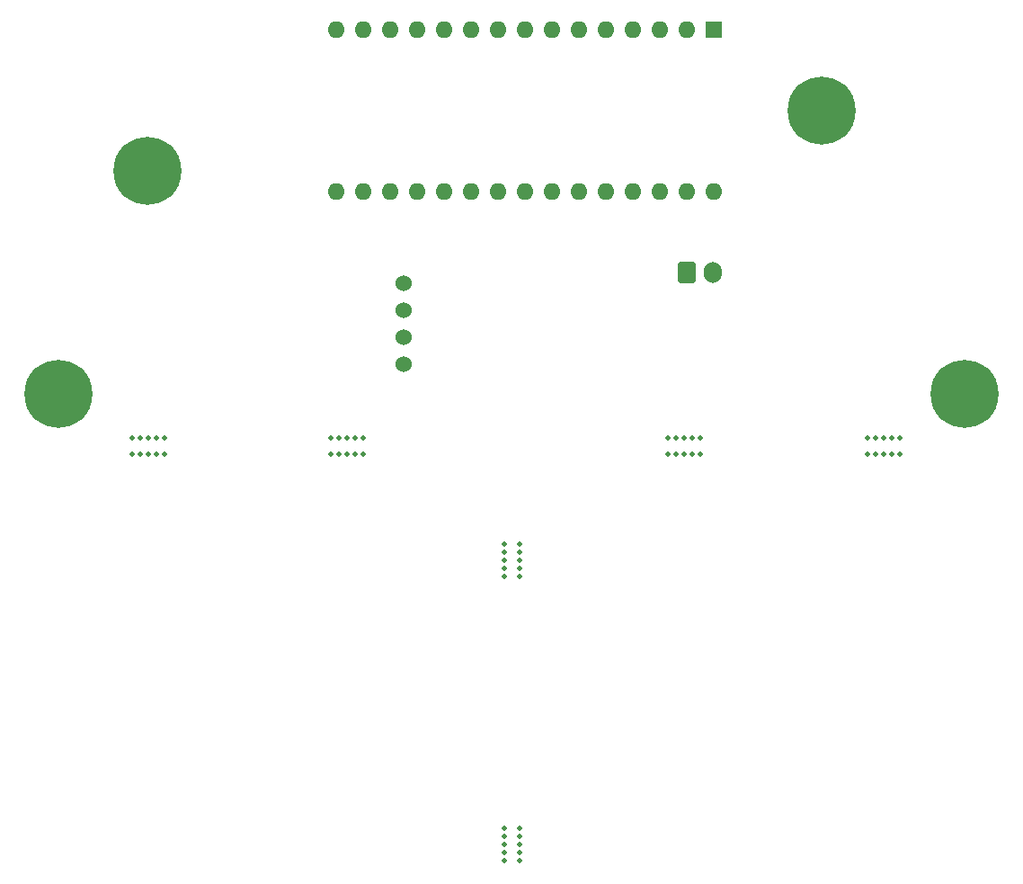
<source format=gbr>
%TF.GenerationSoftware,KiCad,Pcbnew,(5.1.9)-1*%
%TF.CreationDate,2021-03-08T11:19:03-03:00*%
%TF.ProjectId,pedal_board,70656461-6c5f-4626-9f61-72642e6b6963,rev?*%
%TF.SameCoordinates,Original*%
%TF.FileFunction,Soldermask,Top*%
%TF.FilePolarity,Negative*%
%FSLAX46Y46*%
G04 Gerber Fmt 4.6, Leading zero omitted, Abs format (unit mm)*
G04 Created by KiCad (PCBNEW (5.1.9)-1) date 2021-03-08 11:19:03*
%MOMM*%
%LPD*%
G01*
G04 APERTURE LIST*
%ADD10C,0.500000*%
%ADD11O,1.700000X2.000000*%
%ADD12C,1.524000*%
%ADD13R,1.600000X1.600000*%
%ADD14O,1.600000X1.600000*%
%ADD15C,6.400000*%
%ADD16C,0.800000*%
G04 APERTURE END LIST*
D10*
%TO.C,mouse-bite-3mm-slot*%
X187250000Y-144762000D03*
X188750000Y-144762000D03*
X187250000Y-144012000D03*
X187250000Y-145512000D03*
X188750000Y-145512000D03*
X188750000Y-144012000D03*
X188750000Y-143238000D03*
X187250000Y-143238000D03*
X187250000Y-142476000D03*
X188750000Y-142476000D03*
%TD*%
%TO.C,mouse-bite-3mm-slot*%
X188750000Y-115726000D03*
X187250000Y-115726000D03*
X187250000Y-116488000D03*
X188750000Y-116488000D03*
X188750000Y-117262000D03*
X188750000Y-118762000D03*
X187250000Y-118762000D03*
X187250000Y-117262000D03*
X188750000Y-118012000D03*
X187250000Y-118012000D03*
%TD*%
%TO.C,mouse-bite-3mm-slot*%
X203488000Y-105750000D03*
X203488000Y-107250000D03*
X204238000Y-105750000D03*
X202738000Y-105750000D03*
X202738000Y-107250000D03*
X204238000Y-107250000D03*
X205012000Y-107250000D03*
X205012000Y-105750000D03*
X205774000Y-105750000D03*
X205774000Y-107250000D03*
%TD*%
%TO.C,mouse-bite-3mm-slot*%
X224524000Y-107250000D03*
X224524000Y-105750000D03*
X223762000Y-105750000D03*
X223762000Y-107250000D03*
X222988000Y-107250000D03*
X221488000Y-107250000D03*
X221488000Y-105750000D03*
X222988000Y-105750000D03*
X222238000Y-107250000D03*
X222238000Y-105750000D03*
%TD*%
%TO.C,mouse-bite-3mm-slot*%
X171738000Y-105750000D03*
X171738000Y-107250000D03*
X172488000Y-105750000D03*
X170988000Y-105750000D03*
X170988000Y-107250000D03*
X172488000Y-107250000D03*
X173262000Y-107250000D03*
X173262000Y-105750000D03*
X174024000Y-105750000D03*
X174024000Y-107250000D03*
%TD*%
%TO.C,mouse-bite-3mm-slot*%
X155274000Y-107250000D03*
X155274000Y-105750000D03*
X154512000Y-105750000D03*
X154512000Y-107250000D03*
X153738000Y-107250000D03*
X152238000Y-107250000D03*
X152238000Y-105750000D03*
X153738000Y-105750000D03*
X152988000Y-107250000D03*
X152988000Y-105750000D03*
%TD*%
D11*
%TO.C,J2*%
X206970000Y-90170000D03*
G36*
G01*
X203620000Y-90920000D02*
X203620000Y-89420000D01*
G75*
G02*
X203870000Y-89170000I250000J0D01*
G01*
X205070000Y-89170000D01*
G75*
G02*
X205320000Y-89420000I0J-250000D01*
G01*
X205320000Y-90920000D01*
G75*
G02*
X205070000Y-91170000I-250000J0D01*
G01*
X203870000Y-91170000D01*
G75*
G02*
X203620000Y-90920000I0J250000D01*
G01*
G37*
%TD*%
D12*
%TO.C,J1*%
X177800000Y-98806000D03*
X177800000Y-96266000D03*
X177800000Y-93726000D03*
X177800000Y-91186000D03*
%TD*%
D13*
%TO.C,A1*%
X207010000Y-67310000D03*
D14*
X173990000Y-82550000D03*
X204470000Y-67310000D03*
X176530000Y-82550000D03*
X201930000Y-67310000D03*
X179070000Y-82550000D03*
X199390000Y-67310000D03*
X181610000Y-82550000D03*
X196850000Y-67310000D03*
X184150000Y-82550000D03*
X194310000Y-67310000D03*
X186690000Y-82550000D03*
X191770000Y-67310000D03*
X189230000Y-82550000D03*
X189230000Y-67310000D03*
X191770000Y-82550000D03*
X186690000Y-67310000D03*
X194310000Y-82550000D03*
X184150000Y-67310000D03*
X196850000Y-82550000D03*
X181610000Y-67310000D03*
X199390000Y-82550000D03*
X179070000Y-67310000D03*
X201930000Y-82550000D03*
X176530000Y-67310000D03*
X204470000Y-82550000D03*
X173990000Y-67310000D03*
X207010000Y-82550000D03*
X171450000Y-67310000D03*
X171450000Y-82550000D03*
%TD*%
D15*
%TO.C,H1*%
X153670000Y-80645000D03*
D16*
X156070000Y-80645000D03*
X155367056Y-82342056D03*
X153670000Y-83045000D03*
X151972944Y-82342056D03*
X151270000Y-80645000D03*
X151972944Y-78947944D03*
X153670000Y-78245000D03*
X155367056Y-78947944D03*
%TD*%
%TO.C,H2*%
X218867056Y-73232944D03*
X217170000Y-72530000D03*
X215472944Y-73232944D03*
X214770000Y-74930000D03*
X215472944Y-76627056D03*
X217170000Y-77330000D03*
X218867056Y-76627056D03*
X219570000Y-74930000D03*
D15*
X217170000Y-74930000D03*
%TD*%
%TO.C,H3*%
X230632000Y-101600000D03*
D16*
X233032000Y-101600000D03*
X232329056Y-103297056D03*
X230632000Y-104000000D03*
X228934944Y-103297056D03*
X228232000Y-101600000D03*
X228934944Y-99902944D03*
X230632000Y-99200000D03*
X232329056Y-99902944D03*
%TD*%
%TO.C,H4*%
X146985056Y-99902944D03*
X145288000Y-99200000D03*
X143590944Y-99902944D03*
X142888000Y-101600000D03*
X143590944Y-103297056D03*
X145288000Y-104000000D03*
X146985056Y-103297056D03*
X147688000Y-101600000D03*
D15*
X145288000Y-101600000D03*
%TD*%
M02*

</source>
